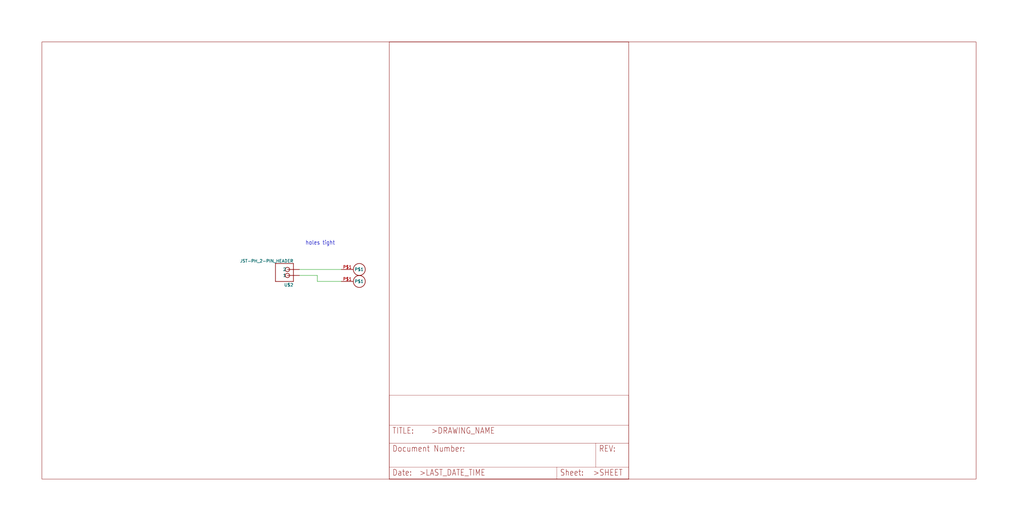
<source format=kicad_sch>
(kicad_sch (version 20211123) (generator eeschema)
  (paper "User" 434.34 223.571)
  (lib_symbols
    (symbol "adapt_btn-eagle-import:BUTTON_PAD"
      (symbol "BUTTON_PAD_1_0"
        (circle (center 0 0) (radius 2.54) (stroke (width 0.254)))
        (pin bidirectional line (at -7.62 0 0) (length 5.08) (name "P$1") (number "P$1"))
      )
    )
    (symbol "adapt_btn-eagle-import:JST-PH_2-PIN_HEADER"
      (property "Value" "JST-PH_2-PIN_HEADER" (at -5.08 -4.318 0))
      (symbol "JST-PH_2-PIN_HEADER_1_0"
        (circle (center -2.54 0) (radius 0.9158) (stroke (width 0.254)))
        (circle (center -2.54 2.54) (radius 0.9158) (stroke (width 0.254)))
        (polyline (pts (xy -5.08 -2.54) (xy -5.08 5.08)) (stroke (width 0.254)))
        (polyline (pts (xy -5.08 5.08) (xy 2.54 5.08)) (stroke (width 0.254)))
        (polyline (pts (xy 2.54 -2.54) (xy -5.08 -2.54)) (stroke (width 0.254)))
        (polyline (pts (xy 2.54 5.08) (xy 2.54 -2.54)) (stroke (width 0.254)))
        (pin bidirectional line (at -7.62 2.54 0) (length 5.08) (name "1") (number "P1"))
        (pin bidirectional line (at -7.62 0 0) (length 5.08) (name "2") (number "P2"))
      )
    )
    (symbol "adapt_btn-eagle-import:LETTER_L"
      (symbol "LETTER_L_0_0"
        (polyline (pts (xy 0 0) (xy 248.92 0) (xy 248.92 185.42) (xy 0 185.42) (xy 0 0)))
      )
      (symbol "LETTER_L_2_0"
        (polyline (pts (xy 0 0) (xy 0 5.08)) (stroke (width 0.1016)))
        (polyline (pts (xy 0 0) (xy 71.12 0)) (stroke (width 0.1016)))
        (polyline (pts (xy 0 5.08) (xy 0 15.24)) (stroke (width 0.1016)))
        (polyline (pts (xy 0 5.08) (xy 71.12 5.08)) (stroke (width 0.1016)))
        (polyline (pts (xy 0 15.24) (xy 0 22.86)) (stroke (width 0.1016)))
        (polyline (pts (xy 0 22.86) (xy 0 35.56)) (stroke (width 0.1016)))
        (polyline (pts (xy 0 22.86) (xy 101.6 22.86)) (stroke (width 0.1016)))
        (polyline (pts (xy 71.12 0) (xy 101.6 0)) (stroke (width 0.1016)))
        (polyline (pts (xy 71.12 5.08) (xy 71.12 0)) (stroke (width 0.1016)))
        (polyline (pts (xy 71.12 5.08) (xy 87.63 5.08)) (stroke (width 0.1016)))
        (polyline (pts (xy 87.63 5.08) (xy 101.6 5.08)) (stroke (width 0.1016)))
        (polyline (pts (xy 87.63 15.24) (xy 0 15.24)) (stroke (width 0.1016)))
        (polyline (pts (xy 87.63 15.24) (xy 87.63 5.08)) (stroke (width 0.1016)))
        (polyline (pts (xy 101.6 5.08) (xy 101.6 0)) (stroke (width 0.1016)))
        (polyline (pts (xy 101.6 15.24) (xy 87.63 15.24)) (stroke (width 0.1016)))
        (polyline (pts (xy 101.6 15.24) (xy 101.6 5.08)) (stroke (width 0.1016)))
        (polyline (pts (xy 101.6 22.86) (xy 101.6 15.24)) (stroke (width 0.1016)))
        (polyline (pts (xy 101.6 35.56) (xy 0 35.56)) (stroke (width 0.1016)))
        (polyline (pts (xy 101.6 35.56) (xy 101.6 22.86)) (stroke (width 0.1016)))
        (text ">DRAWING_NAME" (at 17.78 19.05 0) (effects (font (size 2.54 2.159)) (justify left bottom)))
        (text ">LAST_DATE_TIME" (at 12.7 1.27 0) (effects (font (size 2.54 2.159)) (justify left bottom)))
        (text ">SHEET" (at 86.36 1.27 0) (effects (font (size 2.54 2.159)) (justify left bottom)))
        (text "Date:" (at 1.27 1.27 0) (effects (font (size 2.54 2.159)) (justify left bottom)))
        (text "Document Number:" (at 1.27 11.43 0) (effects (font (size 2.54 2.159)) (justify left bottom)))
        (text "REV:" (at 88.9 11.43 0) (effects (font (size 2.54 2.159)) (justify left bottom)))
        (text "Sheet:" (at 72.39 1.27 0) (effects (font (size 2.54 2.159)) (justify left bottom)))
        (text "TITLE:" (at 1.27 19.05 0) (effects (font (size 2.54 2.159)) (justify left bottom)))
      )
    )
  )
  (wire (pts (xy 134.62 116.84) (xy 127 116.84)))
  (wire (pts (xy 134.62 119.38) (xy 134.62 116.84)))
  (wire (pts (xy 144.78 119.38) (xy 134.62 119.38)))
  (wire (pts (xy 127 114.3) (xy 144.78 114.3)))
  (text "holes tight" (at 129.54 104.14 180) (effects (font (size 1.778 1.5113)) (justify left bottom)))
  (symbol (lib_id "adapt_btn-eagle-import:JST-PH_2-PIN_HEADER") (at 119.38 114.3 180) (unit 1)
    (property "Reference" "U$2" (at 124.46 120.142 0) (effects (justify left bottom)))
    (property "Value" "JST-PH_2-PIN_HEADER" (at 124.46 109.982 0) (effects (justify left bottom)))
    (property "Footprint" "adapt_btn:JST_B2B-PH_HEADER" (effects hide))
  )
  (symbol (lib_id "adapt_btn-eagle-import:BUTTON_PAD") (at 152.4 119.38 0) (unit 1)
    (property "Reference" "U$3" (effects hide))
    (property "Value" "BUTTON_PAD" (effects hide))
    (property "Footprint" "adapt_btn:BUTTON_PAD" (effects hide))
  )
  (symbol (lib_id "adapt_btn-eagle-import:LETTER_L") (at 165.1 203.2 0) (unit 2)
    (property "Reference" "#FRAME1" (effects hide))
    (property "Value" "LETTER_L" (effects hide))
    (property "Footprint" "adapt_btn:" (effects hide))
  )
  (symbol (lib_id "adapt_btn-eagle-import:BUTTON_PAD") (at 152.4 114.3 0) (unit 1)
    (property "Reference" "U$1" (effects hide))
    (property "Value" "BUTTON_PAD" (effects hide))
    (property "Footprint" "adapt_btn:BUTTON_PAD" (effects hide))
  )
  (symbol (lib_id "adapt_btn-eagle-import:LETTER_L") (at 17.78 203.2 0) (unit 1)
    (property "Reference" "#FRAME1" (effects hide))
    (property "Value" "LETTER_L" (effects hide))
    (property "Footprint" "adapt_btn:" (effects hide))
  )
)
</source>
